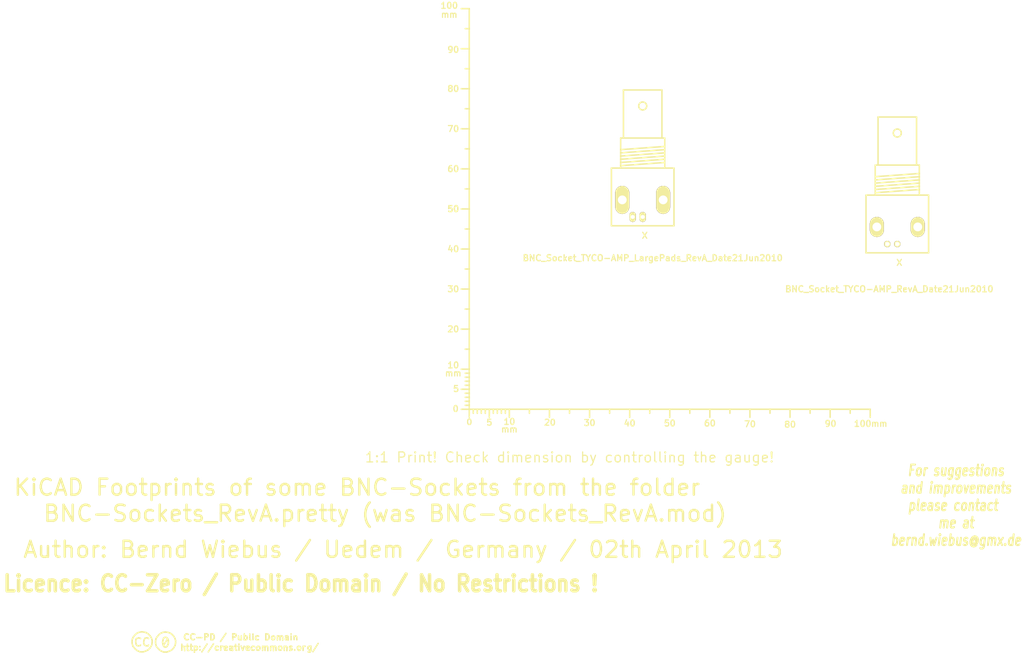
<source format=kicad_pcb>
(kicad_pcb (version 3) (host pcbnew "(2014-02-28 BZR 4727)-product")

  (general
    (links 0)
    (no_connects 0)
    (area 13.77313 22.055699 274.02378 179.10071)
    (thickness 1.6002)
    (drawings 6)
    (tracks 0)
    (zones 0)
    (modules 4)
    (nets 1)
  )

  (page A4)
  (layers
    (15 Vorderseite signal)
    (0 Rückseite signal)
    (16 B.Adhes user)
    (17 F.Adhes user)
    (18 B.Paste user)
    (19 F.Paste user)
    (20 B.SilkS user)
    (21 F.SilkS user)
    (22 B.Mask user)
    (23 F.Mask user)
    (24 Dwgs.User user)
    (25 Cmts.User user)
    (26 Eco1.User user)
    (27 Eco2.User user)
    (28 Edge.Cuts user)
  )

  (setup
    (last_trace_width 0.2032)
    (trace_clearance 0.254)
    (zone_clearance 0.508)
    (zone_45_only no)
    (trace_min 0.2032)
    (segment_width 0.381)
    (edge_width 0.381)
    (via_size 0.889)
    (via_drill 0.635)
    (via_min_size 0.889)
    (via_min_drill 0.508)
    (uvia_size 0.508)
    (uvia_drill 0.127)
    (uvias_allowed no)
    (uvia_min_size 0.508)
    (uvia_min_drill 0.127)
    (pcb_text_width 0.3048)
    (pcb_text_size 1.524 2.032)
    (mod_edge_width 0.381)
    (mod_text_size 1.524 1.524)
    (mod_text_width 0.3048)
    (pad_size 1.524 1.524)
    (pad_drill 0.8128)
    (pad_to_mask_clearance 0.254)
    (aux_axis_origin 0 0)
    (visible_elements 7FFFFFFF)
    (pcbplotparams
      (layerselection 3178497)
      (usegerberextensions true)
      (excludeedgelayer true)
      (linewidth 0.150000)
      (plotframeref false)
      (viasonmask false)
      (mode 1)
      (useauxorigin false)
      (hpglpennumber 1)
      (hpglpenspeed 20)
      (hpglpendiameter 15)
      (hpglpenoverlay 0)
      (psnegative false)
      (psa4output false)
      (plotreference true)
      (plotvalue true)
      (plotothertext true)
      (plotinvisibletext false)
      (padsonsilk false)
      (subtractmaskfromsilk false)
      (outputformat 1)
      (mirror false)
      (drillshape 1)
      (scaleselection 1)
      (outputdirectory ""))
  )

  (net 0 "")

  (net_class Default "Dies ist die voreingestellte Netzklasse."
    (clearance 0.254)
    (trace_width 0.2032)
    (via_dia 0.889)
    (via_drill 0.635)
    (uvia_dia 0.508)
    (uvia_drill 0.127)
    (add_net "")
  )

  (module Gauge_100mm_Type2_SilkScreenTop_RevA_Date22Jun2010 (layer Vorderseite) (tedit 4D963937) (tstamp 4D88F07A)
    (at 136 122.5)
    (descr "Gauge, Massstab, 100mm, SilkScreenTop, Type 2,")
    (tags "Gauge, Massstab, 100mm, SilkScreenTop, Type 2,")
    (path Gauge_100mm_Type2_SilkScreenTop_RevA_Date22Jun2010)
    (fp_text reference MSC (at 4.0005 8.99922) (layer F.SilkS) hide
      (effects (font (thickness 0.3048)))
    )
    (fp_text value Gauge_100mm_Type2_SilkScreenTop_RevA_Date22Jun2010 (at 45.9994 8.99922) (layer F.SilkS) hide
      (effects (font (thickness 0.3048)))
    )
    (fp_text user mm (at 9.99998 5.00126) (layer F.SilkS)
      (effects (font (thickness 0.3048)))
    )
    (fp_text user mm (at -4.0005 -8.99922) (layer F.SilkS)
      (effects (font (thickness 0.3048)))
    )
    (fp_text user mm (at -5.00126 -98.5012) (layer F.SilkS)
      (effects (font (thickness 0.3048)))
    )
    (fp_text user 10 (at 10.00506 3.0988) (layer F.SilkS)
      (effects (font (size 1.50114 1.50114) (thickness 0.29972)))
    )
    (fp_text user 0 (at 0.00508 3.19786) (layer F.SilkS)
      (effects (font (size 1.39954 1.50114) (thickness 0.29972)))
    )
    (fp_text user 5 (at 5.0038 3.29946) (layer F.SilkS)
      (effects (font (size 1.50114 1.50114) (thickness 0.29972)))
    )
    (fp_text user 20 (at 20.1041 3.29946) (layer F.SilkS)
      (effects (font (size 1.50114 1.50114) (thickness 0.29972)))
    )
    (fp_text user 30 (at 30.00502 3.39852) (layer F.SilkS)
      (effects (font (size 1.50114 1.50114) (thickness 0.29972)))
    )
    (fp_text user 40 (at 40.005 3.50012) (layer F.SilkS)
      (effects (font (size 1.50114 1.50114) (thickness 0.29972)))
    )
    (fp_text user 50 (at 50.00498 3.50012) (layer F.SilkS)
      (effects (font (size 1.50114 1.50114) (thickness 0.29972)))
    )
    (fp_text user 60 (at 60.00496 3.50012) (layer F.SilkS)
      (effects (font (size 1.50114 1.50114) (thickness 0.29972)))
    )
    (fp_text user 70 (at 70.00494 3.70078) (layer F.SilkS)
      (effects (font (size 1.50114 1.50114) (thickness 0.29972)))
    )
    (fp_text user 80 (at 80.00492 3.79984) (layer F.SilkS)
      (effects (font (size 1.50114 1.50114) (thickness 0.29972)))
    )
    (fp_text user 90 (at 90.1065 3.60172) (layer F.SilkS)
      (effects (font (size 1.50114 1.50114) (thickness 0.29972)))
    )
    (fp_text user 100mm (at 100.10648 3.60172) (layer F.SilkS)
      (effects (font (size 1.50114 1.50114) (thickness 0.29972)))
    )
    (fp_line (start 0 -8.99922) (end -1.00076 -8.99922) (layer F.SilkS) (width 0.381))
    (fp_line (start 0 -8.001) (end -1.00076 -8.001) (layer F.SilkS) (width 0.381))
    (fp_line (start 0 -7.00024) (end -1.00076 -7.00024) (layer F.SilkS) (width 0.381))
    (fp_line (start 0 -5.99948) (end -1.00076 -5.99948) (layer F.SilkS) (width 0.381))
    (fp_line (start 0 -4.0005) (end -1.00076 -4.0005) (layer F.SilkS) (width 0.381))
    (fp_line (start 0 -2.99974) (end -1.00076 -2.99974) (layer F.SilkS) (width 0.381))
    (fp_line (start 0 -1.99898) (end -1.00076 -1.99898) (layer F.SilkS) (width 0.381))
    (fp_line (start 0 -1.00076) (end -1.00076 -1.00076) (layer F.SilkS) (width 0.381))
    (fp_line (start 0 0) (end -1.99898 0) (layer F.SilkS) (width 0.381))
    (fp_line (start 0 -5.00126) (end -1.99898 -5.00126) (layer F.SilkS) (width 0.381))
    (fp_line (start 0 -9.99998) (end -1.99898 -9.99998) (layer F.SilkS) (width 0.381))
    (fp_line (start 0 -15.00124) (end -1.00076 -15.00124) (layer F.SilkS) (width 0.381))
    (fp_line (start 0 -19.99996) (end -1.99898 -19.99996) (layer F.SilkS) (width 0.381))
    (fp_line (start 0 -25.00122) (end -1.00076 -25.00122) (layer F.SilkS) (width 0.381))
    (fp_line (start 0 -29.99994) (end -1.99898 -29.99994) (layer F.SilkS) (width 0.381))
    (fp_line (start 0 -35.0012) (end -1.00076 -35.0012) (layer F.SilkS) (width 0.381))
    (fp_line (start 0 -39.99992) (end -1.99898 -39.99992) (layer F.SilkS) (width 0.381))
    (fp_line (start 0 -45.00118) (end -1.00076 -45.00118) (layer F.SilkS) (width 0.381))
    (fp_line (start 0 -49.9999) (end -1.99898 -49.9999) (layer F.SilkS) (width 0.381))
    (fp_line (start 0 -55.00116) (end -1.00076 -55.00116) (layer F.SilkS) (width 0.381))
    (fp_line (start 0 -59.99988) (end -1.99898 -59.99988) (layer F.SilkS) (width 0.381))
    (fp_line (start 0 -65.00114) (end -1.00076 -65.00114) (layer F.SilkS) (width 0.381))
    (fp_line (start 0 -69.99986) (end -1.99898 -69.99986) (layer F.SilkS) (width 0.381))
    (fp_line (start 0 -75.00112) (end -1.00076 -75.00112) (layer F.SilkS) (width 0.381))
    (fp_line (start 0 -79.99984) (end -1.99898 -79.99984) (layer F.SilkS) (width 0.381))
    (fp_line (start 0 -85.0011) (end -1.00076 -85.0011) (layer F.SilkS) (width 0.381))
    (fp_line (start 0 -89.99982) (end -1.99898 -89.99982) (layer F.SilkS) (width 0.381))
    (fp_line (start 0 -95.00108) (end -1.00076 -95.00108) (layer F.SilkS) (width 0.381))
    (fp_line (start 0 0) (end 0 -99.9998) (layer F.SilkS) (width 0.381))
    (fp_line (start 0 -99.9998) (end -1.99898 -99.9998) (layer F.SilkS) (width 0.381))
    (fp_text user 100 (at -4.99872 -100.7491) (layer F.SilkS)
      (effects (font (size 1.50114 1.50114) (thickness 0.29972)))
    )
    (fp_text user 90 (at -4.0005 -89.7509) (layer F.SilkS)
      (effects (font (size 1.50114 1.50114) (thickness 0.29972)))
    )
    (fp_text user 80 (at -4.0005 -79.99984) (layer F.SilkS)
      (effects (font (size 1.50114 1.50114) (thickness 0.29972)))
    )
    (fp_text user 70 (at -4.0005 -69.99986) (layer F.SilkS)
      (effects (font (size 1.50114 1.50114) (thickness 0.29972)))
    )
    (fp_text user 60 (at -4.0005 -59.99988) (layer F.SilkS)
      (effects (font (size 1.50114 1.50114) (thickness 0.29972)))
    )
    (fp_text user 50 (at -4.0005 -49.9999) (layer F.SilkS)
      (effects (font (size 1.50114 1.50114) (thickness 0.34036)))
    )
    (fp_text user 40 (at -4.0005 -39.99992) (layer F.SilkS)
      (effects (font (size 1.50114 1.50114) (thickness 0.29972)))
    )
    (fp_text user 30 (at -4.0005 -29.99994) (layer F.SilkS)
      (effects (font (size 1.50114 1.50114) (thickness 0.29972)))
    )
    (fp_text user 20 (at -4.0005 -19.99996) (layer F.SilkS)
      (effects (font (size 1.50114 1.50114) (thickness 0.29972)))
    )
    (fp_line (start 95.00108 0) (end 95.00108 1.00076) (layer F.SilkS) (width 0.381))
    (fp_line (start 89.99982 0) (end 89.99982 1.99898) (layer F.SilkS) (width 0.381))
    (fp_line (start 85.0011 0) (end 85.0011 1.00076) (layer F.SilkS) (width 0.381))
    (fp_line (start 79.99984 0) (end 79.99984 1.99898) (layer F.SilkS) (width 0.381))
    (fp_line (start 75.00112 0) (end 75.00112 1.00076) (layer F.SilkS) (width 0.381))
    (fp_line (start 69.99986 0) (end 69.99986 1.99898) (layer F.SilkS) (width 0.381))
    (fp_line (start 65.00114 0) (end 65.00114 1.00076) (layer F.SilkS) (width 0.381))
    (fp_line (start 59.99988 0) (end 59.99988 1.99898) (layer F.SilkS) (width 0.381))
    (fp_line (start 55.00116 0) (end 55.00116 1.00076) (layer F.SilkS) (width 0.381))
    (fp_line (start 49.9999 0) (end 49.9999 1.99898) (layer F.SilkS) (width 0.381))
    (fp_line (start 45.00118 0) (end 45.00118 1.00076) (layer F.SilkS) (width 0.381))
    (fp_line (start 39.99992 0) (end 39.99992 1.99898) (layer F.SilkS) (width 0.381))
    (fp_line (start 35.0012 0) (end 35.0012 1.00076) (layer F.SilkS) (width 0.381))
    (fp_line (start 29.99994 0) (end 29.99994 1.99898) (layer F.SilkS) (width 0.381))
    (fp_line (start 25.00122 0) (end 25.00122 1.00076) (layer F.SilkS) (width 0.381))
    (fp_line (start 19.99996 0) (end 19.99996 1.99898) (layer F.SilkS) (width 0.381))
    (fp_line (start 15.00124 0) (end 15.00124 1.00076) (layer F.SilkS) (width 0.381))
    (fp_line (start 9.99998 0) (end 99.9998 0) (layer F.SilkS) (width 0.381))
    (fp_line (start 99.9998 0) (end 99.9998 1.99898) (layer F.SilkS) (width 0.381))
    (fp_text user 5 (at -3.302 -5.10286) (layer F.SilkS)
      (effects (font (size 1.50114 1.50114) (thickness 0.29972)))
    )
    (fp_text user 0 (at -3.4036 -0.10414) (layer F.SilkS)
      (effects (font (size 1.50114 1.50114) (thickness 0.29972)))
    )
    (fp_text user 10 (at -4.0005 -11.00074) (layer F.SilkS)
      (effects (font (size 1.50114 1.50114) (thickness 0.29972)))
    )
    (fp_line (start 8.99922 0) (end 8.99922 1.00076) (layer F.SilkS) (width 0.381))
    (fp_line (start 8.001 0) (end 8.001 1.00076) (layer F.SilkS) (width 0.381))
    (fp_line (start 7.00024 0) (end 7.00024 1.00076) (layer F.SilkS) (width 0.381))
    (fp_line (start 5.99948 0) (end 5.99948 1.00076) (layer F.SilkS) (width 0.381))
    (fp_line (start 4.0005 0) (end 4.0005 1.00076) (layer F.SilkS) (width 0.381))
    (fp_line (start 2.99974 0) (end 2.99974 1.00076) (layer F.SilkS) (width 0.381))
    (fp_line (start 1.99898 0) (end 1.99898 1.00076) (layer F.SilkS) (width 0.381))
    (fp_line (start 1.00076 0) (end 1.00076 1.00076) (layer F.SilkS) (width 0.381))
    (fp_line (start 5.00126 0) (end 5.00126 1.99898) (layer F.SilkS) (width 0.381))
    (fp_line (start 0 0) (end 0 1.99898) (layer F.SilkS) (width 0.381))
    (fp_line (start 0 0) (end 9.99998 0) (layer F.SilkS) (width 0.381))
    (fp_line (start 9.99998 0) (end 9.99998 1.99898) (layer F.SilkS) (width 0.381))
  )

  (module BNC_Socket_TYCO-AMP_RevA_Date21Jun2010 (layer Vorderseite) (tedit 523F4810) (tstamp 523F47E6)
    (at 242.75 76.25)
    (descr "BNC Socket TYCO AMP")
    (tags "BNC Socket TYCO AMP")
    (fp_text reference X (at 0.508 9.652) (layer F.SilkS)
      (effects (font (thickness 0.3048)))
    )
    (fp_text value BNC_Socket_TYCO-AMP_RevA_Date21Jun2010 (at -2 16.25) (layer F.SilkS)
      (effects (font (thickness 0.3048)))
    )
    (fp_line (start -5.4991 -11.80084) (end 5.4991 -12.60094) (layer F.SilkS) (width 0.381))
    (fp_line (start -5.4991 -11.00074) (end 5.4991 -11.80084) (layer F.SilkS) (width 0.381))
    (fp_line (start -5.4991 -10.20064) (end 5.4991 -11.00074) (layer F.SilkS) (width 0.381))
    (fp_line (start -5.4991 -9.40054) (end 5.4991 -10.20064) (layer F.SilkS) (width 0.381))
    (fp_line (start -5.4991 -8.60044) (end 5.4991 -9.40054) (layer F.SilkS) (width 0.381))
    (fp_line (start -5.4991 -7.80034) (end 5.4991 -8.60044) (layer F.SilkS) (width 0.381))
    (fp_circle (center 0 -22.69998) (end 1.00076 -22.69998) (layer F.SilkS) (width 0.381))
    (fp_line (start 4.8006 -14.69898) (end 4.8006 -26.70048) (layer F.SilkS) (width 0.381))
    (fp_line (start 4.8006 -26.70048) (end -4.8006 -26.70048) (layer F.SilkS) (width 0.381))
    (fp_line (start -4.8006 -26.70048) (end -4.8006 -14.69898) (layer F.SilkS) (width 0.381))
    (fp_line (start 5.4991 -7.2009) (end 5.4991 -14.69898) (layer F.SilkS) (width 0.381))
    (fp_line (start 5.4991 -14.69898) (end -5.4991 -14.69898) (layer F.SilkS) (width 0.381))
    (fp_line (start -5.4991 -14.69898) (end -5.4991 -7.2009) (layer F.SilkS) (width 0.381))
    (fp_line (start -7.80034 7.2009) (end 7.80034 7.2009) (layer F.SilkS) (width 0.381))
    (fp_line (start 7.80034 7.2009) (end 7.80034 -7.2009) (layer F.SilkS) (width 0.381))
    (fp_line (start 7.80034 -7.2009) (end -7.80034 -7.2009) (layer F.SilkS) (width 0.381))
    (fp_line (start -7.80034 -7.2009) (end -7.80034 7.2009) (layer F.SilkS) (width 0.381))
    (pad 2 thru_hole oval (at -5.09778 0.7366) (size 3.50012 5.00126) (drill 2.19964) (layers *.Cu *.Mask F.SilkS))
    (pad 2 thru_hole oval (at 5.10032 0.7366) (size 3.50012 5.00126) (drill 2.19964) (layers *.Cu *.Mask F.SilkS))
    (pad 1 thru_hole circle (at 0 5.00126) (size 1.6002 1.6002) (drill 1.00076) (layers *.Cu *.Mask F.SilkS))
    (pad 2 thru_hole circle (at -2.49936 5.00126) (size 1.6002 1.6002) (drill 1.00076) (layers *.Cu *.Mask F.SilkS))
    (model BNC-Socket_Wings3D_RevA_22Sep2013/BNC-Socket_RevA_Faktor03937_22Sep2013.wrl
      (at (xyz 0 0 0))
      (scale (xyz 0.3937 0.3937 0.3937))
      (rotate (xyz 0 0 0))
    )
  )

  (module BNC_Socket_TYCO-AMP_LargePads_RevA_Date21Jun2010 (layer Vorderseite) (tedit 523F480A) (tstamp 523F4950)
    (at 179.25 69.5)
    (descr "BNC Socket TYCO AMP")
    (tags "BNC Socket TYCO AMP")
    (fp_text reference X (at 0.508 9.652) (layer F.SilkS)
      (effects (font (thickness 0.3048)))
    )
    (fp_text value BNC_Socket_TYCO-AMP_LargePads_RevA_Date21Jun2010 (at 2.5 15.25) (layer F.SilkS)
      (effects (font (thickness 0.3048)))
    )
    (fp_line (start -5.4991 -11.80084) (end 5.4991 -12.60094) (layer F.SilkS) (width 0.381))
    (fp_line (start -5.4991 -11.00074) (end 5.4991 -11.80084) (layer F.SilkS) (width 0.381))
    (fp_line (start -5.4991 -10.20064) (end 5.4991 -11.00074) (layer F.SilkS) (width 0.381))
    (fp_line (start -5.4991 -9.40054) (end 5.4991 -10.20064) (layer F.SilkS) (width 0.381))
    (fp_line (start -5.4991 -8.60044) (end 5.4991 -9.40054) (layer F.SilkS) (width 0.381))
    (fp_line (start -5.4991 -7.80034) (end 5.4991 -8.60044) (layer F.SilkS) (width 0.381))
    (fp_circle (center 0 -22.69998) (end 1.00076 -22.69998) (layer F.SilkS) (width 0.381))
    (fp_line (start 4.8006 -14.69898) (end 4.8006 -26.70048) (layer F.SilkS) (width 0.381))
    (fp_line (start 4.8006 -26.70048) (end -4.8006 -26.70048) (layer F.SilkS) (width 0.381))
    (fp_line (start -4.8006 -26.70048) (end -4.8006 -14.69898) (layer F.SilkS) (width 0.381))
    (fp_line (start 5.4991 -7.2009) (end 5.4991 -14.69898) (layer F.SilkS) (width 0.381))
    (fp_line (start 5.4991 -14.69898) (end -5.4991 -14.69898) (layer F.SilkS) (width 0.381))
    (fp_line (start -5.4991 -14.69898) (end -5.4991 -7.2009) (layer F.SilkS) (width 0.381))
    (fp_line (start -7.80034 7.2009) (end 7.80034 7.2009) (layer F.SilkS) (width 0.381))
    (fp_line (start 7.80034 7.2009) (end 7.80034 -7.2009) (layer F.SilkS) (width 0.381))
    (fp_line (start 7.80034 -7.2009) (end -7.80034 -7.2009) (layer F.SilkS) (width 0.381))
    (fp_line (start -7.80034 -7.2009) (end -7.80034 7.2009) (layer F.SilkS) (width 0.381))
    (pad 2 thru_hole oval (at -5.09778 0.7366) (size 3.50012 7.00024) (drill 2.19964) (layers *.Cu *.Mask F.SilkS))
    (pad 2 thru_hole oval (at 5.10032 0.7366) (size 3.50012 7.00024) (drill 2.19964) (layers *.Cu *.Mask F.SilkS))
    (pad 1 thru_hole oval (at 0 5.00126) (size 1.6002 2.49936) (drill 1.00076) (layers *.Cu *.Mask F.SilkS))
    (pad 2 thru_hole oval (at -2.49936 5.00126) (size 1.6002 2.49936) (drill 1.00076) (layers *.Cu *.Mask F.SilkS))
    (model BNC-Socket_Wings3D_RevA_22Sep2013/BNC-Socket_RevA_Faktor03937_22Sep2013.wrl
      (at (xyz 0 0 0))
      (scale (xyz 0.3937 0.3937 0.3937))
      (rotate (xyz 0 0 0))
    )
  )

  (module Symbols:Symbol_CreativeCommonsPublicDomain_SilkScreenTop_Small (layer Vorderseite) (tedit 5339B351) (tstamp 5339E26B)
    (at 74 180.5)
    (descr "Symbol, Creative Commons Public Domain, SilkScreenTop, Small,")
    (tags "Symbol, Creative Commons Public Domain, SilkScreen Top, Small,")
    (path Symbol_CreativeCommons_CopperTop_Type2_Small)
    (fp_text reference Sym (at 0.59944 -7.29996) (layer F.SilkS) hide
      (effects (font (thickness 0.3048)))
    )
    (fp_text value Symbol_CreativeCommonsPublicDomain_SilkScreenTop_Small (at 0.59944 8.001) (layer F.SilkS) hide
      (effects (font (thickness 0.3048)))
    )
    (fp_line (start -13.2 -0.7) (end -14.25 0.85) (layer F.SilkS) (width 0.381))
    (fp_line (start 23 2.5) (end 24.3 0.45) (layer F.SilkS) (width 0.381))
    (fp_line (start 22.4 1.2) (end 22.05 1.15) (layer F.SilkS) (width 0.381))
    (fp_line (start 22.05 1.15) (end 21.8 1.3) (layer F.SilkS) (width 0.381))
    (fp_line (start 21.8 1.3) (end 21.75 1.7) (layer F.SilkS) (width 0.381))
    (fp_line (start 21.75 1.7) (end 21.95 2) (layer F.SilkS) (width 0.381))
    (fp_line (start 21.95 2) (end 22.15 2.1) (layer F.SilkS) (width 0.381))
    (fp_line (start 22.15 2.1) (end 22.4 2.1) (layer F.SilkS) (width 0.381))
    (fp_line (start 21.8 2.55) (end 22.05 2.65) (layer F.SilkS) (width 0.381))
    (fp_line (start 22.05 2.65) (end 22.35 2.55) (layer F.SilkS) (width 0.381))
    (fp_line (start 22.35 2.55) (end 22.5 2.25) (layer F.SilkS) (width 0.381))
    (fp_line (start 22.5 2.25) (end 22.5 1.1) (layer F.SilkS) (width 0.381))
    (fp_line (start 21.05 1.15) (end 20.9 1.15) (layer F.SilkS) (width 0.381))
    (fp_line (start 20.9 1.15) (end 20.65 1.3) (layer F.SilkS) (width 0.381))
    (fp_line (start 20.55 1.15) (end 20.55 2.2) (layer F.SilkS) (width 0.381))
    (fp_line (start 19.7 1.15) (end 19.4 1.15) (layer F.SilkS) (width 0.381))
    (fp_line (start 19.4 1.15) (end 19.15 1.35) (layer F.SilkS) (width 0.381))
    (fp_line (start 19.15 1.35) (end 19.15 1.7) (layer F.SilkS) (width 0.381))
    (fp_line (start 19.15 1.7) (end 19.25 2) (layer F.SilkS) (width 0.381))
    (fp_line (start 19.25 2) (end 19.55 2.2) (layer F.SilkS) (width 0.381))
    (fp_line (start 19.55 2.2) (end 19.85 2.05) (layer F.SilkS) (width 0.381))
    (fp_line (start 19.85 2.05) (end 19.95 1.7) (layer F.SilkS) (width 0.381))
    (fp_line (start 19.95 1.7) (end 19.95 1.45) (layer F.SilkS) (width 0.381))
    (fp_line (start 19.95 1.45) (end 19.75 1.2) (layer F.SilkS) (width 0.381))
    (fp_line (start 18.45 2) (end 18.45 2.15) (layer F.SilkS) (width 0.381))
    (fp_line (start 17.75 1.2) (end 17.45 1.1) (layer F.SilkS) (width 0.381))
    (fp_line (start 17.45 1.1) (end 17.2 1.25) (layer F.SilkS) (width 0.381))
    (fp_line (start 17.2 1.25) (end 17.2 1.5) (layer F.SilkS) (width 0.381))
    (fp_line (start 17.2 1.5) (end 17.5 1.65) (layer F.SilkS) (width 0.381))
    (fp_line (start 17.5 1.65) (end 17.75 1.75) (layer F.SilkS) (width 0.381))
    (fp_line (start 17.75 1.75) (end 17.8 2) (layer F.SilkS) (width 0.381))
    (fp_line (start 17.8 2) (end 17.55 2.15) (layer F.SilkS) (width 0.381))
    (fp_line (start 17.55 2.15) (end 17.3 2.2) (layer F.SilkS) (width 0.381))
    (fp_line (start 17.3 2.2) (end 17.2 2.1) (layer F.SilkS) (width 0.381))
    (fp_line (start 16.5 2.25) (end 16.55 1.4) (layer F.SilkS) (width 0.381))
    (fp_line (start 16.55 1.4) (end 16.4 1.2) (layer F.SilkS) (width 0.381))
    (fp_line (start 16.4 1.2) (end 16.2 1.2) (layer F.SilkS) (width 0.381))
    (fp_line (start 16.2 1.2) (end 15.9 1.3) (layer F.SilkS) (width 0.381))
    (fp_line (start 15.85 2.2) (end 15.85 1.15) (layer F.SilkS) (width 0.381))
    (fp_line (start 15.15 1.25) (end 15 1.15) (layer F.SilkS) (width 0.381))
    (fp_line (start 15 1.15) (end 14.75 1.15) (layer F.SilkS) (width 0.381))
    (fp_line (start 14.75 1.15) (end 14.55 1.2) (layer F.SilkS) (width 0.381))
    (fp_line (start 14.55 1.2) (end 14.45 1.4) (layer F.SilkS) (width 0.381))
    (fp_line (start 14.45 1.4) (end 14.4 1.7) (layer F.SilkS) (width 0.381))
    (fp_line (start 14.4 1.7) (end 14.45 1.9) (layer F.SilkS) (width 0.381))
    (fp_line (start 14.45 1.9) (end 14.6 2.1) (layer F.SilkS) (width 0.381))
    (fp_line (start 14.6 2.1) (end 14.85 2.15) (layer F.SilkS) (width 0.381))
    (fp_line (start 14.85 2.15) (end 15.1 2.05) (layer F.SilkS) (width 0.381))
    (fp_line (start 15.1 2.05) (end 15.2 1.8) (layer F.SilkS) (width 0.381))
    (fp_line (start 15.2 1.8) (end 15.25 1.6) (layer F.SilkS) (width 0.381))
    (fp_line (start 15.25 1.6) (end 15.2 1.35) (layer F.SilkS) (width 0.381))
    (fp_line (start 13.8 2.2) (end 13.75 1.3) (layer F.SilkS) (width 0.381))
    (fp_line (start 13.75 1.3) (end 13.6 1.15) (layer F.SilkS) (width 0.381))
    (fp_line (start 13.6 1.15) (end 13.35 1.2) (layer F.SilkS) (width 0.381))
    (fp_line (start 13.35 1.2) (end 13.2 1.3) (layer F.SilkS) (width 0.381))
    (fp_line (start 13.15 2.25) (end 13.15 1.3) (layer F.SilkS) (width 0.381))
    (fp_line (start 13.15 1.3) (end 12.95 1.15) (layer F.SilkS) (width 0.381))
    (fp_line (start 12.95 1.15) (end 12.7 1.2) (layer F.SilkS) (width 0.381))
    (fp_line (start 12.7 1.2) (end 12.55 1.25) (layer F.SilkS) (width 0.381))
    (fp_line (start 12.45 2.2) (end 12.45 1.2) (layer F.SilkS) (width 0.381))
    (fp_line (start 11.75 2.25) (end 11.75 1.35) (layer F.SilkS) (width 0.381))
    (fp_line (start 11.75 1.35) (end 11.6 1.2) (layer F.SilkS) (width 0.381))
    (fp_line (start 11.6 1.2) (end 11.4 1.15) (layer F.SilkS) (width 0.381))
    (fp_line (start 11.4 1.15) (end 11.1 1.25) (layer F.SilkS) (width 0.381))
    (fp_line (start 11.05 2.2) (end 11.05 1.35) (layer F.SilkS) (width 0.381))
    (fp_line (start 11.05 1.35) (end 10.9 1.2) (layer F.SilkS) (width 0.381))
    (fp_line (start 10.9 1.2) (end 10.5 1.25) (layer F.SilkS) (width 0.381))
    (fp_line (start 10.45 2.2) (end 10.45 1.15) (layer F.SilkS) (width 0.381))
    (fp_line (start 9.4 1.2) (end 9.2 1.2) (layer F.SilkS) (width 0.381))
    (fp_line (start 9.2 1.2) (end 8.9 1.55) (layer F.SilkS) (width 0.381))
    (fp_line (start 8.9 1.55) (end 9 2.05) (layer F.SilkS) (width 0.381))
    (fp_line (start 9 2.05) (end 9.25 2.15) (layer F.SilkS) (width 0.381))
    (fp_line (start 9.25 2.15) (end 9.5 2.1) (layer F.SilkS) (width 0.381))
    (fp_line (start 9.5 2.1) (end 9.7 1.95) (layer F.SilkS) (width 0.381))
    (fp_line (start 9.7 1.95) (end 9.8 1.65) (layer F.SilkS) (width 0.381))
    (fp_line (start 9.8 1.65) (end 9.75 1.35) (layer F.SilkS) (width 0.381))
    (fp_line (start 9.75 1.35) (end 9.55 1.2) (layer F.SilkS) (width 0.381))
    (fp_line (start 8.45 1.25) (end 8.2 1.15) (layer F.SilkS) (width 0.381))
    (fp_line (start 8.2 1.15) (end 7.95 1.15) (layer F.SilkS) (width 0.381))
    (fp_line (start 7.95 1.15) (end 7.75 1.35) (layer F.SilkS) (width 0.381))
    (fp_line (start 7.75 1.35) (end 7.65 1.75) (layer F.SilkS) (width 0.381))
    (fp_line (start 7.65 1.75) (end 7.7 2) (layer F.SilkS) (width 0.381))
    (fp_line (start 7.7 2) (end 7.85 2.1) (layer F.SilkS) (width 0.381))
    (fp_line (start 7.85 2.1) (end 8.15 2.15) (layer F.SilkS) (width 0.381))
    (fp_line (start 8.15 2.15) (end 8.35 2.05) (layer F.SilkS) (width 0.381))
    (fp_line (start 7.1 2.1) (end 6.85 2.15) (layer F.SilkS) (width 0.381))
    (fp_line (start 6.85 2.15) (end 6.6 2.15) (layer F.SilkS) (width 0.381))
    (fp_line (start 6.6 2.15) (end 6.4 1.95) (layer F.SilkS) (width 0.381))
    (fp_line (start 6.4 1.95) (end 6.35 1.6) (layer F.SilkS) (width 0.381))
    (fp_line (start 6.35 1.6) (end 6.35 1.25) (layer F.SilkS) (width 0.381))
    (fp_line (start 6.35 1.25) (end 6.6 1.15) (layer F.SilkS) (width 0.381))
    (fp_line (start 6.6 1.15) (end 6.95 1.15) (layer F.SilkS) (width 0.381))
    (fp_line (start 6.95 1.15) (end 7.15 1.35) (layer F.SilkS) (width 0.381))
    (fp_line (start 7.15 1.35) (end 7.2 1.45) (layer F.SilkS) (width 0.381))
    (fp_line (start 7.2 1.45) (end 6.45 1.7) (layer F.SilkS) (width 0.381))
    (fp_line (start 5.1 1.1) (end 5.5 2.15) (layer F.SilkS) (width 0.381))
    (fp_line (start 5.5 2.15) (end 5.85 1.15) (layer F.SilkS) (width 0.381))
    (fp_line (start 4.55 1.15) (end 4.55 2.15) (layer F.SilkS) (width 0.381))
    (fp_line (start 4.55 0.6) (end 4.55 0.75) (layer F.SilkS) (width 0.381))
    (fp_line (start 3.4 1.15) (end 4.05 1.15) (layer F.SilkS) (width 0.381))
    (fp_line (start 3.7 0.7) (end 3.7 1.95) (layer F.SilkS) (width 0.381))
    (fp_line (start 3.7 1.95) (end 3.85 2.1) (layer F.SilkS) (width 0.381))
    (fp_line (start 3.85 2.1) (end 4 2.15) (layer F.SilkS) (width 0.381))
    (fp_line (start 2.25 1.2) (end 2.4 1.15) (layer F.SilkS) (width 0.381))
    (fp_line (start 2.4 1.15) (end 2.8 1.15) (layer F.SilkS) (width 0.381))
    (fp_line (start 2.8 1.15) (end 2.95 1.35) (layer F.SilkS) (width 0.381))
    (fp_line (start 2.95 1.35) (end 2.95 2.2) (layer F.SilkS) (width 0.381))
    (fp_line (start 2.95 2.2) (end 2.95 2.15) (layer F.SilkS) (width 0.381))
    (fp_line (start 2.95 2.15) (end 2.45 2.15) (layer F.SilkS) (width 0.381))
    (fp_line (start 2.45 2.15) (end 2.3 2.05) (layer F.SilkS) (width 0.381))
    (fp_line (start 2.3 2.05) (end 2.25 1.8) (layer F.SilkS) (width 0.381))
    (fp_line (start 2.25 1.8) (end 2.35 1.65) (layer F.SilkS) (width 0.381))
    (fp_line (start 2.35 1.65) (end 2.85 1.6) (layer F.SilkS) (width 0.381))
    (fp_line (start 1.6 2.1) (end 1.3 2.15) (layer F.SilkS) (width 0.381))
    (fp_line (start 1.3 2.15) (end 1.05 2.15) (layer F.SilkS) (width 0.381))
    (fp_line (start 1.05 2.15) (end 0.95 1.85) (layer F.SilkS) (width 0.381))
    (fp_line (start 0.95 1.85) (end 0.9 1.5) (layer F.SilkS) (width 0.381))
    (fp_line (start 0.9 1.5) (end 1 1.25) (layer F.SilkS) (width 0.381))
    (fp_line (start 1 1.25) (end 1.2 1.15) (layer F.SilkS) (width 0.381))
    (fp_line (start 1.2 1.15) (end 1.45 1.15) (layer F.SilkS) (width 0.381))
    (fp_line (start 1.45 1.15) (end 1.65 1.35) (layer F.SilkS) (width 0.381))
    (fp_line (start 1.65 1.35) (end 1.65 1.45) (layer F.SilkS) (width 0.381))
    (fp_line (start 1.65 1.45) (end 1 1.7) (layer F.SilkS) (width 0.381))
    (fp_line (start 0.55 1.15) (end 0.3 1.2) (layer F.SilkS) (width 0.381))
    (fp_line (start 0.3 1.2) (end 0.1 1.35) (layer F.SilkS) (width 0.381))
    (fp_line (start 0 2.15) (end 0 1.1) (layer F.SilkS) (width 0.381))
    (fp_line (start -0.6 1.25) (end -0.85 1.15) (layer F.SilkS) (width 0.381))
    (fp_line (start -0.85 1.15) (end -1.15 1.2) (layer F.SilkS) (width 0.381))
    (fp_line (start -1.15 1.2) (end -1.35 1.6) (layer F.SilkS) (width 0.381))
    (fp_line (start -1.35 1.6) (end -1.25 2) (layer F.SilkS) (width 0.381))
    (fp_line (start -1.25 2) (end -0.95 2.15) (layer F.SilkS) (width 0.381))
    (fp_line (start -0.95 2.15) (end -0.65 2.05) (layer F.SilkS) (width 0.381))
    (fp_line (start -3.1 2.55) (end -1.8 0.55) (layer F.SilkS) (width 0.381))
    (fp_line (start -4.7 2.55) (end -3.4 0.6) (layer F.SilkS) (width 0.381))
    (fp_line (start -5.15 2) (end -5.2 2.15) (layer F.SilkS) (width 0.381))
    (fp_line (start -5.2 1.2) (end -5.2 1.3) (layer F.SilkS) (width 0.381))
    (fp_line (start -6.5 2.15) (end -6.15 2.15) (layer F.SilkS) (width 0.381))
    (fp_line (start -6.15 2.15) (end -5.9 1.95) (layer F.SilkS) (width 0.381))
    (fp_line (start -5.9 1.95) (end -5.8 1.65) (layer F.SilkS) (width 0.381))
    (fp_line (start -5.8 1.65) (end -5.85 1.3) (layer F.SilkS) (width 0.381))
    (fp_line (start -5.85 1.3) (end -6.1 1.15) (layer F.SilkS) (width 0.381))
    (fp_line (start -6.1 1.15) (end -6.45 1.25) (layer F.SilkS) (width 0.381))
    (fp_line (start -6.55 2.7) (end -6.55 1.15) (layer F.SilkS) (width 0.381))
    (fp_line (start -7.05 1.15) (end -7.55 1.15) (layer F.SilkS) (width 0.381))
    (fp_line (start -7.4 0.65) (end -7.4 2.05) (layer F.SilkS) (width 0.381))
    (fp_line (start -7.4 2.05) (end -7.15 2.15) (layer F.SilkS) (width 0.381))
    (fp_line (start -7.15 2.15) (end -7.05 2.15) (layer F.SilkS) (width 0.381))
    (fp_line (start -8.65 1.15) (end -8.05 1.15) (layer F.SilkS) (width 0.381))
    (fp_line (start -8.3 0.65) (end -8.3 2.05) (layer F.SilkS) (width 0.381))
    (fp_line (start -8.3 2.05) (end -8.15 2.2) (layer F.SilkS) (width 0.381))
    (fp_line (start -8.15 2.2) (end -7.95 2.2) (layer F.SilkS) (width 0.381))
    (fp_line (start -9 2.25) (end -9.05 1.4) (layer F.SilkS) (width 0.381))
    (fp_line (start -9.05 1.4) (end -9.15 1.2) (layer F.SilkS) (width 0.381))
    (fp_line (start -9.15 1.2) (end -9.55 1.2) (layer F.SilkS) (width 0.381))
    (fp_line (start -9.7 0.65) (end -9.7 2.15) (layer F.SilkS) (width 0.381))
    (fp_line (start 19 -0.45) (end 18.95 -1.15) (layer F.SilkS) (width 0.381))
    (fp_line (start 18.95 -1.15) (end 18.85 -1.35) (layer F.SilkS) (width 0.381))
    (fp_line (start 18.85 -1.35) (end 18.7 -1.4) (layer F.SilkS) (width 0.381))
    (fp_line (start 18.7 -1.4) (end 18.35 -1.35) (layer F.SilkS) (width 0.381))
    (fp_line (start 18.3 -1.4) (end 18.3 -0.5) (layer F.SilkS) (width 0.381))
    (fp_line (start 17.55 -1.4) (end 17.55 -0.45) (layer F.SilkS) (width 0.381))
    (fp_line (start 17.55 -1.95) (end 17.55 -1.85) (layer F.SilkS) (width 0.381))
    (fp_line (start 16.6 -0.95) (end 16.3 -0.95) (layer F.SilkS) (width 0.381))
    (fp_line (start 16.3 -0.95) (end 16.15 -0.8) (layer F.SilkS) (width 0.381))
    (fp_line (start 16.15 -0.8) (end 16.15 -0.55) (layer F.SilkS) (width 0.381))
    (fp_line (start 16.15 -0.55) (end 16.35 -0.45) (layer F.SilkS) (width 0.381))
    (fp_line (start 16.35 -0.45) (end 16.75 -0.5) (layer F.SilkS) (width 0.381))
    (fp_line (start 16.15 -1.35) (end 16.3 -1.45) (layer F.SilkS) (width 0.381))
    (fp_line (start 16.3 -1.45) (end 16.65 -1.45) (layer F.SilkS) (width 0.381))
    (fp_line (start 16.65 -1.45) (end 16.8 -1.25) (layer F.SilkS) (width 0.381))
    (fp_line (start 16.8 -1.25) (end 16.85 -0.4) (layer F.SilkS) (width 0.381))
    (fp_line (start 15.45 -0.35) (end 15.45 -1.1) (layer F.SilkS) (width 0.381))
    (fp_line (start 15.45 -1.1) (end 15.4 -1.3) (layer F.SilkS) (width 0.381))
    (fp_line (start 15.4 -1.3) (end 15.3 -1.4) (layer F.SilkS) (width 0.381))
    (fp_line (start 15.3 -1.4) (end 15.05 -1.4) (layer F.SilkS) (width 0.381))
    (fp_line (start 15.05 -1.4) (end 14.85 -1.3) (layer F.SilkS) (width 0.381))
    (fp_line (start 14.8 -0.4) (end 14.8 -1.25) (layer F.SilkS) (width 0.381))
    (fp_line (start 14.8 -1.25) (end 14.7 -1.35) (layer F.SilkS) (width 0.381))
    (fp_line (start 14.7 -1.35) (end 14.5 -1.4) (layer F.SilkS) (width 0.381))
    (fp_line (start 14.5 -1.4) (end 14.25 -1.35) (layer F.SilkS) (width 0.381))
    (fp_line (start 14.15 -0.4) (end 14.15 -1.45) (layer F.SilkS) (width 0.381))
    (fp_line (start 13.1 -1.45) (end 12.85 -1.35) (layer F.SilkS) (width 0.381))
    (fp_line (start 12.85 -1.35) (end 12.7 -1.05) (layer F.SilkS) (width 0.381))
    (fp_line (start 12.7 -1.05) (end 12.7 -0.7) (layer F.SilkS) (width 0.381))
    (fp_line (start 12.7 -0.7) (end 12.95 -0.45) (layer F.SilkS) (width 0.381))
    (fp_line (start 12.95 -0.45) (end 13.25 -0.5) (layer F.SilkS) (width 0.381))
    (fp_line (start 13.25 -0.5) (end 13.45 -0.75) (layer F.SilkS) (width 0.381))
    (fp_line (start 13.45 -0.75) (end 13.45 -1.1) (layer F.SilkS) (width 0.381))
    (fp_line (start 13.45 -1.1) (end 13.4 -1.25) (layer F.SilkS) (width 0.381))
    (fp_line (start 13.4 -1.25) (end 13.2 -1.4) (layer F.SilkS) (width 0.381))
    (fp_line (start 11.25 -1.95) (end 11.25 -0.45) (layer F.SilkS) (width 0.381))
    (fp_line (start 11.25 -0.45) (end 11.65 -0.45) (layer F.SilkS) (width 0.381))
    (fp_line (start 11.65 -0.45) (end 12 -0.7) (layer F.SilkS) (width 0.381))
    (fp_line (start 12 -0.7) (end 12.1 -1.15) (layer F.SilkS) (width 0.381))
    (fp_line (start 12.1 -1.15) (end 12 -1.65) (layer F.SilkS) (width 0.381))
    (fp_line (start 12 -1.65) (end 11.75 -1.9) (layer F.SilkS) (width 0.381))
    (fp_line (start 11.75 -1.9) (end 11.25 -1.95) (layer F.SilkS) (width 0.381))
    (fp_line (start 9.45 -1.35) (end 9.2 -1.45) (layer F.SilkS) (width 0.381))
    (fp_line (start 9.2 -1.45) (end 8.85 -1.4) (layer F.SilkS) (width 0.381))
    (fp_line (start 8.85 -1.4) (end 8.7 -1.1) (layer F.SilkS) (width 0.381))
    (fp_line (start 8.7 -1.1) (end 8.7 -0.75) (layer F.SilkS) (width 0.381))
    (fp_line (start 8.7 -0.75) (end 8.85 -0.5) (layer F.SilkS) (width 0.381))
    (fp_line (start 8.85 -0.5) (end 9.15 -0.45) (layer F.SilkS) (width 0.381))
    (fp_line (start 9.15 -0.45) (end 9.4 -0.5) (layer F.SilkS) (width 0.381))
    (fp_line (start 8.05 -1.45) (end 8.05 -0.5) (layer F.SilkS) (width 0.381))
    (fp_line (start 8.05 -1.9) (end 8.05 -1.8) (layer F.SilkS) (width 0.381))
    (fp_line (start 8.05 -1.8) (end 8 -1.8) (layer F.SilkS) (width 0.381))
    (fp_line (start 7.25 -1.9) (end 7.25 -0.6) (layer F.SilkS) (width 0.381))
    (fp_line (start 7.25 -0.6) (end 7.45 -0.45) (layer F.SilkS) (width 0.381))
    (fp_line (start 5.9 -1.95) (end 5.85 -0.45) (layer F.SilkS) (width 0.381))
    (fp_line (start 5.85 -0.45) (end 6.25 -0.45) (layer F.SilkS) (width 0.381))
    (fp_line (start 6.25 -0.45) (end 6.5 -0.6) (layer F.SilkS) (width 0.381))
    (fp_line (start 6.5 -0.6) (end 6.6 -1) (layer F.SilkS) (width 0.381))
    (fp_line (start 6.6 -1) (end 6.5 -1.35) (layer F.SilkS) (width 0.381))
    (fp_line (start 6.5 -1.35) (end 6.25 -1.45) (layer F.SilkS) (width 0.381))
    (fp_line (start 6.25 -1.45) (end 5.95 -1.45) (layer F.SilkS) (width 0.381))
    (fp_line (start 5.15 -1.45) (end 5.15 -0.45) (layer F.SilkS) (width 0.381))
    (fp_line (start 4.45 -1.4) (end 4.45 -1) (layer F.SilkS) (width 0.381))
    (fp_line (start 4.45 -1) (end 4.45 -0.65) (layer F.SilkS) (width 0.381))
    (fp_line (start 4.45 -0.65) (end 4.6 -0.5) (layer F.SilkS) (width 0.381))
    (fp_line (start 4.6 -0.5) (end 4.8 -0.45) (layer F.SilkS) (width 0.381))
    (fp_line (start 4.8 -0.45) (end 5.15 -0.55) (layer F.SilkS) (width 0.381))
    (fp_line (start 3 -0.45) (end 3 -1.95) (layer F.SilkS) (width 0.381))
    (fp_line (start 3 -1.95) (end 3.5 -1.95) (layer F.SilkS) (width 0.381))
    (fp_line (start 3.5 -1.95) (end 3.75 -1.85) (layer F.SilkS) (width 0.381))
    (fp_line (start 3.75 -1.85) (end 3.85 -1.55) (layer F.SilkS) (width 0.381))
    (fp_line (start 3.85 -1.55) (end 3.75 -1.3) (layer F.SilkS) (width 0.381))
    (fp_line (start 3.75 -1.3) (end 3.55 -1.15) (layer F.SilkS) (width 0.381))
    (fp_line (start 3.55 -1.15) (end 3.1 -1.15) (layer F.SilkS) (width 0.381))
    (fp_line (start -0.05 -0.05) (end 1.3 -2.05) (layer F.SilkS) (width 0.381))
    (fp_line (start -2.45 -1.95) (end -2.45 -0.45) (layer F.SilkS) (width 0.381))
    (fp_line (start -2.45 -0.45) (end -2.15 -0.45) (layer F.SilkS) (width 0.381))
    (fp_line (start -2.15 -0.45) (end -1.85 -0.55) (layer F.SilkS) (width 0.381))
    (fp_line (start -1.85 -0.55) (end -1.65 -0.85) (layer F.SilkS) (width 0.381))
    (fp_line (start -1.65 -0.85) (end -1.6 -1.2) (layer F.SilkS) (width 0.381))
    (fp_line (start -1.6 -1.2) (end -1.7 -1.6) (layer F.SilkS) (width 0.381))
    (fp_line (start -1.7 -1.6) (end -1.85 -1.85) (layer F.SilkS) (width 0.381))
    (fp_line (start -1.85 -1.85) (end -2.2 -1.95) (layer F.SilkS) (width 0.381))
    (fp_line (start -2.2 -1.95) (end -2.35 -1.95) (layer F.SilkS) (width 0.381))
    (fp_line (start -3.95 -0.45) (end -3.95 -1.95) (layer F.SilkS) (width 0.381))
    (fp_line (start -3.95 -1.95) (end -3.35 -1.95) (layer F.SilkS) (width 0.381))
    (fp_line (start -3.35 -1.95) (end -3.15 -1.75) (layer F.SilkS) (width 0.381))
    (fp_line (start -3.15 -1.75) (end -3.15 -1.55) (layer F.SilkS) (width 0.381))
    (fp_line (start -3.15 -1.55) (end -3.2 -1.3) (layer F.SilkS) (width 0.381))
    (fp_line (start -3.2 -1.3) (end -3.45 -1.2) (layer F.SilkS) (width 0.381))
    (fp_line (start -3.45 -1.2) (end -3.95 -1.2) (layer F.SilkS) (width 0.381))
    (fp_line (start -5.95 -1) (end -4.7 -1) (layer F.SilkS) (width 0.381))
    (fp_line (start -6.45 -1.8) (end -6.7 -1.9) (layer F.SilkS) (width 0.381))
    (fp_line (start -6.7 -1.9) (end -7.1 -1.95) (layer F.SilkS) (width 0.381))
    (fp_line (start -7.1 -1.95) (end -7.45 -1.6) (layer F.SilkS) (width 0.381))
    (fp_line (start -7.45 -1.6) (end -7.5 -1.2) (layer F.SilkS) (width 0.381))
    (fp_line (start -7.5 -1.2) (end -7.4 -0.8) (layer F.SilkS) (width 0.381))
    (fp_line (start -7.4 -0.8) (end -7.1 -0.5) (layer F.SilkS) (width 0.381))
    (fp_line (start -7.1 -0.5) (end -6.8 -0.45) (layer F.SilkS) (width 0.381))
    (fp_line (start -6.8 -0.45) (end -6.55 -0.6) (layer F.SilkS) (width 0.381))
    (fp_line (start -8.05 -1.8) (end -8.35 -1.95) (layer F.SilkS) (width 0.381))
    (fp_line (start -8.35 -1.95) (end -8.7 -1.9) (layer F.SilkS) (width 0.381))
    (fp_line (start -8.7 -1.9) (end -8.95 -1.6) (layer F.SilkS) (width 0.381))
    (fp_line (start -8.95 -1.6) (end -9.05 -1.15) (layer F.SilkS) (width 0.381))
    (fp_line (start -9.05 -1.15) (end -8.95 -0.85) (layer F.SilkS) (width 0.381))
    (fp_line (start -8.95 -0.85) (end -8.75 -0.55) (layer F.SilkS) (width 0.381))
    (fp_line (start -8.75 -0.55) (end -8.4 -0.45) (layer F.SilkS) (width 0.381))
    (fp_line (start -8.4 -0.45) (end -8.05 -0.55) (layer F.SilkS) (width 0.381))
    (fp_line (start -17.9998 -0.7501) (end -18.09886 -0.84916) (layer F.SilkS) (width 0.381))
    (fp_line (start -18.09886 -0.84916) (end -18.29952 -0.95076) (layer F.SilkS) (width 0.381))
    (fp_line (start -18.29952 -0.95076) (end -18.59924 -0.95076) (layer F.SilkS) (width 0.381))
    (fp_line (start -18.59924 -0.95076) (end -18.89896 -0.84916) (layer F.SilkS) (width 0.381))
    (fp_line (start -18.89896 -0.84916) (end -19.09962 -0.45038) (layer F.SilkS) (width 0.381))
    (fp_line (start -19.09962 -0.45038) (end -19.20122 0.05) (layer F.SilkS) (width 0.381))
    (fp_line (start -19.20122 0.05) (end -19.20122 0.44878) (layer F.SilkS) (width 0.381))
    (fp_line (start -19.20122 0.44878) (end -19.00056 0.8501) (layer F.SilkS) (width 0.381))
    (fp_line (start -19.00056 0.8501) (end -18.59924 1.05076) (layer F.SilkS) (width 0.381))
    (fp_line (start -18.59924 1.05076) (end -18.40112 1.05076) (layer F.SilkS) (width 0.381))
    (fp_line (start -18.40112 1.05076) (end -18.09886 1.05076) (layer F.SilkS) (width 0.381))
    (fp_line (start -18.09886 1.05076) (end -17.9998 0.8501) (layer F.SilkS) (width 0.381))
    (fp_line (start -19.99878 -0.7501) (end -20.10038 -0.84916) (layer F.SilkS) (width 0.381))
    (fp_line (start -20.10038 -0.84916) (end -20.4001 -0.95076) (layer F.SilkS) (width 0.381))
    (fp_line (start -20.4001 -0.95076) (end -20.79888 -0.84916) (layer F.SilkS) (width 0.381))
    (fp_line (start -20.79888 -0.84916) (end -21.10114 -0.65104) (layer F.SilkS) (width 0.381))
    (fp_line (start -21.10114 -0.65104) (end -21.2002 -0.24972) (layer F.SilkS) (width 0.381))
    (fp_line (start -21.2002 -0.24972) (end -21.2002 0.14906) (layer F.SilkS) (width 0.381))
    (fp_line (start -21.2002 0.14906) (end -21.10114 0.64944) (layer F.SilkS) (width 0.381))
    (fp_line (start -21.10114 0.64944) (end -20.90048 0.94916) (layer F.SilkS) (width 0.381))
    (fp_line (start -20.90048 0.94916) (end -20.60076 1.05076) (layer F.SilkS) (width 0.381))
    (fp_line (start -20.60076 1.05076) (end -20.19944 1.05076) (layer F.SilkS) (width 0.381))
    (fp_line (start -20.19944 1.05076) (end -19.99878 0.8501) (layer F.SilkS) (width 0.381))
    (fp_line (start -19.6 -2.44936) (end -19.69906 -2.44936) (layer F.SilkS) (width 0.381))
    (fp_line (start -19.69906 -2.44936) (end -20.30104 -2.3503) (layer F.SilkS) (width 0.381))
    (fp_line (start -20.30104 -2.3503) (end -20.79888 -2.14964) (layer F.SilkS) (width 0.381))
    (fp_line (start -20.79888 -2.14964) (end -21.29926 -1.75086) (layer F.SilkS) (width 0.381))
    (fp_line (start -21.29926 -1.75086) (end -21.79964 -1.14888) (layer F.SilkS) (width 0.381))
    (fp_line (start -21.79964 -1.14888) (end -22.0003 -0.7501) (layer F.SilkS) (width 0.381))
    (fp_line (start -22.0003 -0.7501) (end -22.09936 -0.24972) (layer F.SilkS) (width 0.381))
    (fp_line (start -22.09936 -0.24972) (end -22.09936 0.34972) (layer F.SilkS) (width 0.381))
    (fp_line (start -22.09936 0.34972) (end -21.90124 1.14982) (layer F.SilkS) (width 0.381))
    (fp_line (start -21.90124 1.14982) (end -21.29926 1.85086) (layer F.SilkS) (width 0.381))
    (fp_line (start -21.29926 1.85086) (end -20.79888 2.24964) (layer F.SilkS) (width 0.381))
    (fp_line (start -20.79888 2.24964) (end -20.10038 2.54936) (layer F.SilkS) (width 0.381))
    (fp_line (start -20.10038 2.54936) (end -19.30028 2.54936) (layer F.SilkS) (width 0.381))
    (fp_line (start -19.30028 2.54936) (end -18.70084 2.35124) (layer F.SilkS) (width 0.381))
    (fp_line (start -18.70084 2.35124) (end -18.09886 2.04898) (layer F.SilkS) (width 0.381))
    (fp_line (start -18.09886 2.04898) (end -17.60102 1.55114) (layer F.SilkS) (width 0.381))
    (fp_line (start -17.60102 1.55114) (end -17.1997 0.8501) (layer F.SilkS) (width 0.381))
    (fp_line (start -17.1997 0.8501) (end -17.10064 0.25066) (layer F.SilkS) (width 0.381))
    (fp_line (start -17.10064 0.25066) (end -17.10064 -0.34878) (layer F.SilkS) (width 0.381))
    (fp_line (start -17.10064 -0.34878) (end -17.29876 -0.95076) (layer F.SilkS) (width 0.381))
    (fp_line (start -17.29876 -0.95076) (end -17.60102 -1.45114) (layer F.SilkS) (width 0.381))
    (fp_line (start -17.60102 -1.45114) (end -18.09886 -1.94898) (layer F.SilkS) (width 0.381))
    (fp_line (start -18.09886 -1.94898) (end -18.59924 -2.25124) (layer F.SilkS) (width 0.381))
    (fp_line (start -18.59924 -2.25124) (end -19.00056 -2.3503) (layer F.SilkS) (width 0.381))
    (fp_line (start -19.00056 -2.3503) (end -19.6 -2.44936) (layer F.SilkS) (width 0.381))
    (fp_line (start -13.75 -1.1) (end -13.45 -1) (layer F.SilkS) (width 0.381))
    (fp_line (start -13.45 -1) (end -13.2 -0.7) (layer F.SilkS) (width 0.381))
    (fp_line (start -13.2 -0.7) (end -13.05 -0.3) (layer F.SilkS) (width 0.381))
    (fp_line (start -13.05 -0.3) (end -13.05 0.15) (layer F.SilkS) (width 0.381))
    (fp_line (start -13.05 0.15) (end -13.05 0.5) (layer F.SilkS) (width 0.381))
    (fp_line (start -13.05 0.5) (end -13.25 0.95) (layer F.SilkS) (width 0.381))
    (fp_line (start -13.25 0.95) (end -13.4 1.2) (layer F.SilkS) (width 0.381))
    (fp_line (start -13.4 1.2) (end -13.7 1.4) (layer F.SilkS) (width 0.381))
    (fp_line (start -13.7 1.4) (end -14 1.35) (layer F.SilkS) (width 0.381))
    (fp_line (start -14 1.35) (end -14.25 1.1) (layer F.SilkS) (width 0.381))
    (fp_line (start -14.25 1.1) (end -14.4 0.7) (layer F.SilkS) (width 0.381))
    (fp_line (start -14.4 0.7) (end -14.5 0.15) (layer F.SilkS) (width 0.381))
    (fp_line (start -14.5 0.15) (end -14.4 -0.35) (layer F.SilkS) (width 0.381))
    (fp_line (start -14.4 -0.35) (end -14.25 -0.85) (layer F.SilkS) (width 0.381))
    (fp_line (start -14.25 -0.85) (end -14 -1.05) (layer F.SilkS) (width 0.381))
    (fp_line (start -14 -1.05) (end -13.75 -1.1) (layer F.SilkS) (width 0.381))
    (fp_line (start -13.75 -2.39936) (end -13.84906 -2.39936) (layer F.SilkS) (width 0.381))
    (fp_line (start -13.84906 -2.39936) (end -14.45104 -2.3003) (layer F.SilkS) (width 0.381))
    (fp_line (start -14.45104 -2.3003) (end -14.94888 -2.09964) (layer F.SilkS) (width 0.381))
    (fp_line (start -14.94888 -2.09964) (end -15.44926 -1.70086) (layer F.SilkS) (width 0.381))
    (fp_line (start -15.44926 -1.70086) (end -15.94964 -1.09888) (layer F.SilkS) (width 0.381))
    (fp_line (start -15.94964 -1.09888) (end -16.1503 -0.7001) (layer F.SilkS) (width 0.381))
    (fp_line (start -16.1503 -0.7001) (end -16.24936 -0.19972) (layer F.SilkS) (width 0.381))
    (fp_line (start -16.24936 -0.19972) (end -16.24936 0.39972) (layer F.SilkS) (width 0.381))
    (fp_line (start -16.24936 0.39972) (end -16.05124 1.19982) (layer F.SilkS) (width 0.381))
    (fp_line (start -16.05124 1.19982) (end -15.44926 1.90086) (layer F.SilkS) (width 0.381))
    (fp_line (start -15.44926 1.90086) (end -14.94888 2.29964) (layer F.SilkS) (width 0.381))
    (fp_line (start -14.94888 2.29964) (end -14.25038 2.59936) (layer F.SilkS) (width 0.381))
    (fp_line (start -14.25038 2.59936) (end -13.45028 2.59936) (layer F.SilkS) (width 0.381))
    (fp_line (start -13.45028 2.59936) (end -12.85084 2.40124) (layer F.SilkS) (width 0.381))
    (fp_line (start -12.85084 2.40124) (end -12.24886 2.09898) (layer F.SilkS) (width 0.381))
    (fp_line (start -12.24886 2.09898) (end -11.75102 1.60114) (layer F.SilkS) (width 0.381))
    (fp_line (start -11.75102 1.60114) (end -11.3497 0.9001) (layer F.SilkS) (width 0.381))
    (fp_line (start -11.3497 0.9001) (end -11.25064 0.30066) (layer F.SilkS) (width 0.381))
    (fp_line (start -11.25064 0.30066) (end -11.25064 -0.29878) (layer F.SilkS) (width 0.381))
    (fp_line (start -11.25064 -0.29878) (end -11.44876 -0.90076) (layer F.SilkS) (width 0.381))
    (fp_line (start -11.44876 -0.90076) (end -11.75102 -1.40114) (layer F.SilkS) (width 0.381))
    (fp_line (start -11.75102 -1.40114) (end -12.24886 -1.89898) (layer F.SilkS) (width 0.381))
    (fp_line (start -12.24886 -1.89898) (end -12.74924 -2.20124) (layer F.SilkS) (width 0.381))
    (fp_line (start -12.74924 -2.20124) (end -13.15056 -2.3003) (layer F.SilkS) (width 0.381))
    (fp_line (start -13.15056 -2.3003) (end -13.75 -2.39936) (layer F.SilkS) (width 0.381))
  )

  (gr_text "Licence: CC-Zero / Public Domain / No Restrictions !" (at 94 166) (layer F.SilkS)
    (effects (font (size 4 3.5) (thickness 0.875)))
  )
  (gr_text "For suggestions\nand improvements\nplease contact \nme at\nbernd.wiebus@gmx.de" (at 257.41884 146.4691) (layer F.SilkS)
    (effects (font (size 2.70002 1.99898) (thickness 0.50038) italic))
  )
  (gr_text "1:1 Print! Check dimension by controlling the gauge!" (at 161 134.5) (layer F.SilkS)
    (effects (font (size 2.49936 2.49936) (thickness 0.29972)))
  )
  (gr_text "Author: Bernd Wiebus / Uedem / Germany / 02th April 2013" (at 119.5 157.5) (layer F.SilkS)
    (effects (font (size 4.0005 4.0005) (thickness 0.59944)))
  )
  (gr_text "BNC-Sockets_RevA.pretty (was BNC-Sockets_RevA.mod)" (at 115 148.5) (layer F.SilkS)
    (effects (font (size 4.0005 4.0005) (thickness 0.59944)))
  )
  (gr_text "KiCAD Footprints of some BNC-Sockets from the folder" (at 108 142) (layer F.SilkS)
    (effects (font (size 4.0005 4.0005) (thickness 0.59944)))
  )

)

</source>
